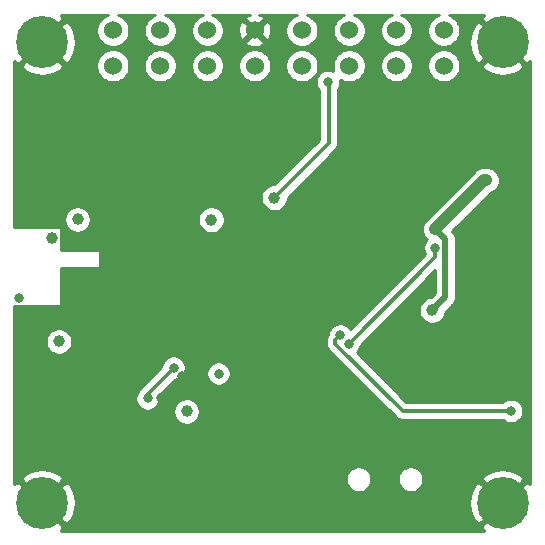
<source format=gbr>
G04 #@! TF.GenerationSoftware,KiCad,Pcbnew,5.1.6*
G04 #@! TF.CreationDate,2020-06-26T20:36:41-07:00*
G04 #@! TF.ProjectId,MegaBote,4d656761-426f-4746-952e-6b696361645f,rev?*
G04 #@! TF.SameCoordinates,Original*
G04 #@! TF.FileFunction,Copper,L4,Bot*
G04 #@! TF.FilePolarity,Positive*
%FSLAX46Y46*%
G04 Gerber Fmt 4.6, Leading zero omitted, Abs format (unit mm)*
G04 Created by KiCad (PCBNEW 5.1.6) date 2020-06-26 20:36:41*
%MOMM*%
%LPD*%
G01*
G04 APERTURE LIST*
G04 #@! TA.AperFunction,ComponentPad*
%ADD10C,1.524000*%
G04 #@! TD*
G04 #@! TA.AperFunction,ComponentPad*
%ADD11C,0.700000*%
G04 #@! TD*
G04 #@! TA.AperFunction,ComponentPad*
%ADD12C,4.400000*%
G04 #@! TD*
G04 #@! TA.AperFunction,ViaPad*
%ADD13C,1.000000*%
G04 #@! TD*
G04 #@! TA.AperFunction,ViaPad*
%ADD14C,0.800000*%
G04 #@! TD*
G04 #@! TA.AperFunction,Conductor*
%ADD15C,0.500000*%
G04 #@! TD*
G04 #@! TA.AperFunction,Conductor*
%ADD16C,0.300000*%
G04 #@! TD*
G04 #@! TA.AperFunction,Conductor*
%ADD17C,1.000000*%
G04 #@! TD*
G04 #@! TA.AperFunction,Conductor*
%ADD18C,0.254000*%
G04 #@! TD*
G04 APERTURE END LIST*
D10*
X179000000Y-92000000D03*
X183000000Y-92000000D03*
X187000000Y-92000000D03*
X191000000Y-92000000D03*
X195000000Y-92000000D03*
X199000000Y-92000000D03*
X203000000Y-92000000D03*
X207000000Y-92000000D03*
X179000000Y-95000000D03*
X183000000Y-95000000D03*
X187000000Y-95000000D03*
X191000000Y-95000000D03*
X195000000Y-95000000D03*
X199000000Y-95000000D03*
X203000000Y-95000000D03*
X207000000Y-95000000D03*
D11*
X174166726Y-91833274D03*
X173000000Y-91350000D03*
X171833274Y-91833274D03*
X171350000Y-93000000D03*
X171833274Y-94166726D03*
X173000000Y-94650000D03*
X174166726Y-94166726D03*
X174650000Y-93000000D03*
D12*
X173000000Y-93000000D03*
X173000000Y-132000000D03*
D11*
X174650000Y-132000000D03*
X174166726Y-133166726D03*
X173000000Y-133650000D03*
X171833274Y-133166726D03*
X171350000Y-132000000D03*
X171833274Y-130833274D03*
X173000000Y-130350000D03*
X174166726Y-130833274D03*
D12*
X212000000Y-93000000D03*
D11*
X213650000Y-93000000D03*
X213166726Y-94166726D03*
X212000000Y-94650000D03*
X210833274Y-94166726D03*
X210350000Y-93000000D03*
X210833274Y-91833274D03*
X212000000Y-91350000D03*
X213166726Y-91833274D03*
X213166726Y-130833274D03*
X212000000Y-130350000D03*
X210833274Y-130833274D03*
X210350000Y-132000000D03*
X210833274Y-133166726D03*
X212000000Y-133650000D03*
X213166726Y-133166726D03*
X213650000Y-132000000D03*
D12*
X212000000Y-132000000D03*
D13*
X188610240Y-123347480D03*
D14*
X177271680Y-123271280D03*
X183055260Y-123118880D03*
D13*
X173863000Y-109550200D03*
D14*
X171069000Y-114655600D03*
D13*
X206098140Y-117782340D03*
X210947000Y-111734600D03*
X172252640Y-118277640D03*
X183134718Y-104702180D03*
X180493142Y-109602200D03*
X172000000Y-98000000D03*
X175000000Y-98000000D03*
X178000000Y-98000000D03*
X181000000Y-98000000D03*
X181000000Y-102000000D03*
X178000000Y-102000000D03*
X175000000Y-102000000D03*
X172000000Y-102000000D03*
X172000000Y-106000000D03*
X191000000Y-98000000D03*
X194000000Y-98000000D03*
X191000000Y-100000000D03*
X194000000Y-100000000D03*
X199000000Y-110000000D03*
X201000000Y-108000000D03*
X203000000Y-106000000D03*
X202000000Y-112000000D03*
X204000000Y-110000000D03*
X185397800Y-109602200D03*
X183397800Y-109602200D03*
X185000000Y-113000000D03*
X172186600Y-122021600D03*
X175000000Y-122000000D03*
X172000000Y-126000000D03*
X175000000Y-126000000D03*
X191000000Y-125000000D03*
X195000000Y-125000000D03*
X195000000Y-129000000D03*
X191000000Y-129000000D03*
X191000000Y-133000000D03*
X195000000Y-133000000D03*
X207000000Y-123000000D03*
X210000000Y-123000000D03*
D14*
X184840769Y-121248987D03*
D13*
X185233459Y-124258914D03*
X210609180Y-104686100D03*
X206298700Y-108839000D03*
X206039720Y-115686840D03*
X174424340Y-118328440D03*
X187325000Y-108027200D03*
X176000000Y-108000000D03*
D14*
X187934600Y-121056400D03*
X198945315Y-118521663D03*
X206298700Y-110413800D03*
X184133661Y-120541879D03*
X181924200Y-123150200D03*
X198238208Y-117814555D03*
X212699600Y-124202000D03*
D13*
X192645774Y-106169986D03*
D14*
X197205600Y-96342200D03*
D15*
X206098140Y-117782340D02*
X210921700Y-112958780D01*
D16*
X180493142Y-107343756D02*
X180493142Y-109602200D01*
X183134718Y-104702180D02*
X180493142Y-107343756D01*
D15*
X210921700Y-111759900D02*
X210947000Y-111734600D01*
X210921700Y-112958780D02*
X210921700Y-111759900D01*
D17*
X210451600Y-104686100D02*
X206298700Y-108839000D01*
X210609180Y-104686100D02*
X210451600Y-104686100D01*
D15*
X207148701Y-109689001D02*
X206298700Y-108839000D01*
X207148701Y-114577859D02*
X207148701Y-109689001D01*
X206039720Y-115686840D02*
X207148701Y-114577859D01*
D16*
X206298700Y-111168278D02*
X206298700Y-110413800D01*
X198945315Y-118521663D02*
X206298700Y-111168278D01*
X181924200Y-122751340D02*
X181924200Y-123150200D01*
X184133661Y-120541879D02*
X181924200Y-122751340D01*
X203515650Y-124202000D02*
X212699600Y-124202000D01*
X197838209Y-118524559D02*
X203515650Y-124202000D01*
X197838209Y-118214554D02*
X197838209Y-118524559D01*
X198238208Y-117814555D02*
X197838209Y-118214554D01*
X197256400Y-98439200D02*
X197256400Y-98439200D01*
X197256400Y-96393000D02*
X197205600Y-96342200D01*
X197256400Y-101559360D02*
X197256400Y-96393000D01*
X192645774Y-106169986D02*
X197256400Y-101559360D01*
D18*
G36*
X178338273Y-90761995D02*
G01*
X178109465Y-90914880D01*
X177914880Y-91109465D01*
X177761995Y-91338273D01*
X177656686Y-91592510D01*
X177603000Y-91862408D01*
X177603000Y-92137592D01*
X177656686Y-92407490D01*
X177761995Y-92661727D01*
X177914880Y-92890535D01*
X178109465Y-93085120D01*
X178338273Y-93238005D01*
X178592510Y-93343314D01*
X178862408Y-93397000D01*
X179137592Y-93397000D01*
X179407490Y-93343314D01*
X179661727Y-93238005D01*
X179890535Y-93085120D01*
X180085120Y-92890535D01*
X180238005Y-92661727D01*
X180343314Y-92407490D01*
X180397000Y-92137592D01*
X180397000Y-91862408D01*
X180343314Y-91592510D01*
X180238005Y-91338273D01*
X180085120Y-91109465D01*
X179890535Y-90914880D01*
X179661727Y-90761995D01*
X179415491Y-90660000D01*
X182584509Y-90660000D01*
X182338273Y-90761995D01*
X182109465Y-90914880D01*
X181914880Y-91109465D01*
X181761995Y-91338273D01*
X181656686Y-91592510D01*
X181603000Y-91862408D01*
X181603000Y-92137592D01*
X181656686Y-92407490D01*
X181761995Y-92661727D01*
X181914880Y-92890535D01*
X182109465Y-93085120D01*
X182338273Y-93238005D01*
X182592510Y-93343314D01*
X182862408Y-93397000D01*
X183137592Y-93397000D01*
X183407490Y-93343314D01*
X183661727Y-93238005D01*
X183890535Y-93085120D01*
X184085120Y-92890535D01*
X184238005Y-92661727D01*
X184343314Y-92407490D01*
X184397000Y-92137592D01*
X184397000Y-91862408D01*
X184343314Y-91592510D01*
X184238005Y-91338273D01*
X184085120Y-91109465D01*
X183890535Y-90914880D01*
X183661727Y-90761995D01*
X183415491Y-90660000D01*
X186584509Y-90660000D01*
X186338273Y-90761995D01*
X186109465Y-90914880D01*
X185914880Y-91109465D01*
X185761995Y-91338273D01*
X185656686Y-91592510D01*
X185603000Y-91862408D01*
X185603000Y-92137592D01*
X185656686Y-92407490D01*
X185761995Y-92661727D01*
X185914880Y-92890535D01*
X186109465Y-93085120D01*
X186338273Y-93238005D01*
X186592510Y-93343314D01*
X186862408Y-93397000D01*
X187137592Y-93397000D01*
X187407490Y-93343314D01*
X187661727Y-93238005D01*
X187890535Y-93085120D01*
X188010090Y-92965565D01*
X190214040Y-92965565D01*
X190281020Y-93205656D01*
X190530048Y-93322756D01*
X190797135Y-93389023D01*
X191072017Y-93401910D01*
X191344133Y-93360922D01*
X191603023Y-93267636D01*
X191718980Y-93205656D01*
X191785960Y-92965565D01*
X191000000Y-92179605D01*
X190214040Y-92965565D01*
X188010090Y-92965565D01*
X188085120Y-92890535D01*
X188238005Y-92661727D01*
X188343314Y-92407490D01*
X188397000Y-92137592D01*
X188397000Y-92072017D01*
X189598090Y-92072017D01*
X189639078Y-92344133D01*
X189732364Y-92603023D01*
X189794344Y-92718980D01*
X190034435Y-92785960D01*
X190820395Y-92000000D01*
X191179605Y-92000000D01*
X191965565Y-92785960D01*
X192205656Y-92718980D01*
X192322756Y-92469952D01*
X192389023Y-92202865D01*
X192401910Y-91927983D01*
X192360922Y-91655867D01*
X192267636Y-91396977D01*
X192205656Y-91281020D01*
X191965565Y-91214040D01*
X191179605Y-92000000D01*
X190820395Y-92000000D01*
X190034435Y-91214040D01*
X189794344Y-91281020D01*
X189677244Y-91530048D01*
X189610977Y-91797135D01*
X189598090Y-92072017D01*
X188397000Y-92072017D01*
X188397000Y-91862408D01*
X188343314Y-91592510D01*
X188238005Y-91338273D01*
X188085120Y-91109465D01*
X187890535Y-90914880D01*
X187661727Y-90761995D01*
X187415491Y-90660000D01*
X190597804Y-90660000D01*
X190396977Y-90732364D01*
X190281020Y-90794344D01*
X190214040Y-91034435D01*
X191000000Y-91820395D01*
X191785960Y-91034435D01*
X191718980Y-90794344D01*
X191469952Y-90677244D01*
X191400451Y-90660000D01*
X194584509Y-90660000D01*
X194338273Y-90761995D01*
X194109465Y-90914880D01*
X193914880Y-91109465D01*
X193761995Y-91338273D01*
X193656686Y-91592510D01*
X193603000Y-91862408D01*
X193603000Y-92137592D01*
X193656686Y-92407490D01*
X193761995Y-92661727D01*
X193914880Y-92890535D01*
X194109465Y-93085120D01*
X194338273Y-93238005D01*
X194592510Y-93343314D01*
X194862408Y-93397000D01*
X195137592Y-93397000D01*
X195407490Y-93343314D01*
X195661727Y-93238005D01*
X195890535Y-93085120D01*
X196085120Y-92890535D01*
X196238005Y-92661727D01*
X196343314Y-92407490D01*
X196397000Y-92137592D01*
X196397000Y-91862408D01*
X196343314Y-91592510D01*
X196238005Y-91338273D01*
X196085120Y-91109465D01*
X195890535Y-90914880D01*
X195661727Y-90761995D01*
X195415491Y-90660000D01*
X198584509Y-90660000D01*
X198338273Y-90761995D01*
X198109465Y-90914880D01*
X197914880Y-91109465D01*
X197761995Y-91338273D01*
X197656686Y-91592510D01*
X197603000Y-91862408D01*
X197603000Y-92137592D01*
X197656686Y-92407490D01*
X197761995Y-92661727D01*
X197914880Y-92890535D01*
X198109465Y-93085120D01*
X198338273Y-93238005D01*
X198592510Y-93343314D01*
X198862408Y-93397000D01*
X199137592Y-93397000D01*
X199407490Y-93343314D01*
X199661727Y-93238005D01*
X199890535Y-93085120D01*
X200085120Y-92890535D01*
X200238005Y-92661727D01*
X200343314Y-92407490D01*
X200397000Y-92137592D01*
X200397000Y-91862408D01*
X200343314Y-91592510D01*
X200238005Y-91338273D01*
X200085120Y-91109465D01*
X199890535Y-90914880D01*
X199661727Y-90761995D01*
X199415491Y-90660000D01*
X202584509Y-90660000D01*
X202338273Y-90761995D01*
X202109465Y-90914880D01*
X201914880Y-91109465D01*
X201761995Y-91338273D01*
X201656686Y-91592510D01*
X201603000Y-91862408D01*
X201603000Y-92137592D01*
X201656686Y-92407490D01*
X201761995Y-92661727D01*
X201914880Y-92890535D01*
X202109465Y-93085120D01*
X202338273Y-93238005D01*
X202592510Y-93343314D01*
X202862408Y-93397000D01*
X203137592Y-93397000D01*
X203407490Y-93343314D01*
X203661727Y-93238005D01*
X203890535Y-93085120D01*
X204085120Y-92890535D01*
X204238005Y-92661727D01*
X204343314Y-92407490D01*
X204397000Y-92137592D01*
X204397000Y-91862408D01*
X204343314Y-91592510D01*
X204238005Y-91338273D01*
X204085120Y-91109465D01*
X203890535Y-90914880D01*
X203661727Y-90761995D01*
X203415491Y-90660000D01*
X206584509Y-90660000D01*
X206338273Y-90761995D01*
X206109465Y-90914880D01*
X205914880Y-91109465D01*
X205761995Y-91338273D01*
X205656686Y-91592510D01*
X205603000Y-91862408D01*
X205603000Y-92137592D01*
X205656686Y-92407490D01*
X205761995Y-92661727D01*
X205914880Y-92890535D01*
X206109465Y-93085120D01*
X206338273Y-93238005D01*
X206592510Y-93343314D01*
X206862408Y-93397000D01*
X207137592Y-93397000D01*
X207407490Y-93343314D01*
X207661727Y-93238005D01*
X207890535Y-93085120D01*
X207960481Y-93015174D01*
X209151322Y-93015174D01*
X209209019Y-93570632D01*
X209373972Y-94104161D01*
X209622982Y-94570024D01*
X210010225Y-94810170D01*
X211820395Y-93000000D01*
X210010225Y-91189830D01*
X209622982Y-91429976D01*
X209362359Y-91923877D01*
X209203099Y-92459133D01*
X209151322Y-93015174D01*
X207960481Y-93015174D01*
X208085120Y-92890535D01*
X208238005Y-92661727D01*
X208343314Y-92407490D01*
X208397000Y-92137592D01*
X208397000Y-91862408D01*
X208343314Y-91592510D01*
X208238005Y-91338273D01*
X208085120Y-91109465D01*
X207890535Y-90914880D01*
X207661727Y-90761995D01*
X207415491Y-90660000D01*
X210407020Y-90660000D01*
X210189830Y-91010225D01*
X212000000Y-92820395D01*
X212014143Y-92806253D01*
X212193748Y-92985858D01*
X212179605Y-93000000D01*
X213989775Y-94810170D01*
X214340001Y-94592980D01*
X214340000Y-130407020D01*
X213989775Y-130189830D01*
X212179605Y-132000000D01*
X212193748Y-132014143D01*
X212014143Y-132193748D01*
X212000000Y-132179605D01*
X210189830Y-133989775D01*
X210407020Y-134340000D01*
X174592980Y-134340000D01*
X174810170Y-133989775D01*
X173000000Y-132179605D01*
X172985858Y-132193748D01*
X172806253Y-132014143D01*
X172820395Y-132000000D01*
X173179605Y-132000000D01*
X174989775Y-133810170D01*
X175377018Y-133570024D01*
X175637641Y-133076123D01*
X175796901Y-132540867D01*
X175845852Y-132015174D01*
X209151322Y-132015174D01*
X209209019Y-132570632D01*
X209373972Y-133104161D01*
X209622982Y-133570024D01*
X210010225Y-133810170D01*
X211820395Y-132000000D01*
X210010225Y-130189830D01*
X209622982Y-130429976D01*
X209362359Y-130923877D01*
X209203099Y-131459133D01*
X209151322Y-132015174D01*
X175845852Y-132015174D01*
X175848678Y-131984826D01*
X175790981Y-131429368D01*
X175626028Y-130895839D01*
X175377018Y-130429976D01*
X174989775Y-130189830D01*
X173179605Y-132000000D01*
X172820395Y-132000000D01*
X171010225Y-130189830D01*
X170660000Y-130407020D01*
X170660000Y-130010225D01*
X171189830Y-130010225D01*
X173000000Y-131820395D01*
X174810170Y-130010225D01*
X174737559Y-129893137D01*
X198715000Y-129893137D01*
X198715000Y-130106863D01*
X198756696Y-130316483D01*
X198838485Y-130513940D01*
X198957225Y-130691647D01*
X199108353Y-130842775D01*
X199286060Y-130961515D01*
X199483517Y-131043304D01*
X199693137Y-131085000D01*
X199906863Y-131085000D01*
X200116483Y-131043304D01*
X200313940Y-130961515D01*
X200491647Y-130842775D01*
X200642775Y-130691647D01*
X200761515Y-130513940D01*
X200843304Y-130316483D01*
X200885000Y-130106863D01*
X200885000Y-129893137D01*
X203115000Y-129893137D01*
X203115000Y-130106863D01*
X203156696Y-130316483D01*
X203238485Y-130513940D01*
X203357225Y-130691647D01*
X203508353Y-130842775D01*
X203686060Y-130961515D01*
X203883517Y-131043304D01*
X204093137Y-131085000D01*
X204306863Y-131085000D01*
X204516483Y-131043304D01*
X204713940Y-130961515D01*
X204891647Y-130842775D01*
X205042775Y-130691647D01*
X205161515Y-130513940D01*
X205243304Y-130316483D01*
X205285000Y-130106863D01*
X205285000Y-130010225D01*
X210189830Y-130010225D01*
X212000000Y-131820395D01*
X213810170Y-130010225D01*
X213570024Y-129622982D01*
X213076123Y-129362359D01*
X212540867Y-129203099D01*
X211984826Y-129151322D01*
X211429368Y-129209019D01*
X210895839Y-129373972D01*
X210429976Y-129622982D01*
X210189830Y-130010225D01*
X205285000Y-130010225D01*
X205285000Y-129893137D01*
X205243304Y-129683517D01*
X205161515Y-129486060D01*
X205042775Y-129308353D01*
X204891647Y-129157225D01*
X204713940Y-129038485D01*
X204516483Y-128956696D01*
X204306863Y-128915000D01*
X204093137Y-128915000D01*
X203883517Y-128956696D01*
X203686060Y-129038485D01*
X203508353Y-129157225D01*
X203357225Y-129308353D01*
X203238485Y-129486060D01*
X203156696Y-129683517D01*
X203115000Y-129893137D01*
X200885000Y-129893137D01*
X200843304Y-129683517D01*
X200761515Y-129486060D01*
X200642775Y-129308353D01*
X200491647Y-129157225D01*
X200313940Y-129038485D01*
X200116483Y-128956696D01*
X199906863Y-128915000D01*
X199693137Y-128915000D01*
X199483517Y-128956696D01*
X199286060Y-129038485D01*
X199108353Y-129157225D01*
X198957225Y-129308353D01*
X198838485Y-129486060D01*
X198756696Y-129683517D01*
X198715000Y-129893137D01*
X174737559Y-129893137D01*
X174570024Y-129622982D01*
X174076123Y-129362359D01*
X173540867Y-129203099D01*
X172984826Y-129151322D01*
X172429368Y-129209019D01*
X171895839Y-129373972D01*
X171429976Y-129622982D01*
X171189830Y-130010225D01*
X170660000Y-130010225D01*
X170660000Y-123048261D01*
X180889200Y-123048261D01*
X180889200Y-123252139D01*
X180928974Y-123452098D01*
X181006995Y-123640456D01*
X181120263Y-123809974D01*
X181264426Y-123954137D01*
X181433944Y-124067405D01*
X181622302Y-124145426D01*
X181822261Y-124185200D01*
X182026139Y-124185200D01*
X182217551Y-124147126D01*
X184098459Y-124147126D01*
X184098459Y-124370702D01*
X184142076Y-124589981D01*
X184227635Y-124796538D01*
X184351847Y-124982434D01*
X184509939Y-125140526D01*
X184695835Y-125264738D01*
X184902392Y-125350297D01*
X185121671Y-125393914D01*
X185345247Y-125393914D01*
X185564526Y-125350297D01*
X185771083Y-125264738D01*
X185956979Y-125140526D01*
X186115071Y-124982434D01*
X186239283Y-124796538D01*
X186324842Y-124589981D01*
X186368459Y-124370702D01*
X186368459Y-124147126D01*
X186324842Y-123927847D01*
X186239283Y-123721290D01*
X186115071Y-123535394D01*
X185956979Y-123377302D01*
X185771083Y-123253090D01*
X185564526Y-123167531D01*
X185345247Y-123123914D01*
X185121671Y-123123914D01*
X184902392Y-123167531D01*
X184695835Y-123253090D01*
X184509939Y-123377302D01*
X184351847Y-123535394D01*
X184227635Y-123721290D01*
X184142076Y-123927847D01*
X184098459Y-124147126D01*
X182217551Y-124147126D01*
X182226098Y-124145426D01*
X182414456Y-124067405D01*
X182583974Y-123954137D01*
X182728137Y-123809974D01*
X182841405Y-123640456D01*
X182919426Y-123452098D01*
X182959200Y-123252139D01*
X182959200Y-123048261D01*
X182922407Y-122863290D01*
X184208818Y-121576879D01*
X184235600Y-121576879D01*
X184435559Y-121537105D01*
X184623917Y-121459084D01*
X184793435Y-121345816D01*
X184937598Y-121201653D01*
X185050866Y-121032135D01*
X185083039Y-120954461D01*
X186899600Y-120954461D01*
X186899600Y-121158339D01*
X186939374Y-121358298D01*
X187017395Y-121546656D01*
X187130663Y-121716174D01*
X187274826Y-121860337D01*
X187444344Y-121973605D01*
X187632702Y-122051626D01*
X187832661Y-122091400D01*
X188036539Y-122091400D01*
X188236498Y-122051626D01*
X188424856Y-121973605D01*
X188594374Y-121860337D01*
X188738537Y-121716174D01*
X188851805Y-121546656D01*
X188929826Y-121358298D01*
X188969600Y-121158339D01*
X188969600Y-120954461D01*
X188929826Y-120754502D01*
X188851805Y-120566144D01*
X188738537Y-120396626D01*
X188594374Y-120252463D01*
X188424856Y-120139195D01*
X188236498Y-120061174D01*
X188036539Y-120021400D01*
X187832661Y-120021400D01*
X187632702Y-120061174D01*
X187444344Y-120139195D01*
X187274826Y-120252463D01*
X187130663Y-120396626D01*
X187017395Y-120566144D01*
X186939374Y-120754502D01*
X186899600Y-120954461D01*
X185083039Y-120954461D01*
X185128887Y-120843777D01*
X185168661Y-120643818D01*
X185168661Y-120439940D01*
X185128887Y-120239981D01*
X185050866Y-120051623D01*
X184937598Y-119882105D01*
X184793435Y-119737942D01*
X184623917Y-119624674D01*
X184435559Y-119546653D01*
X184235600Y-119506879D01*
X184031722Y-119506879D01*
X183831763Y-119546653D01*
X183643405Y-119624674D01*
X183473887Y-119737942D01*
X183329724Y-119882105D01*
X183216456Y-120051623D01*
X183138435Y-120239981D01*
X183098661Y-120439940D01*
X183098661Y-120466722D01*
X181396390Y-122168993D01*
X181366436Y-122193576D01*
X181268338Y-122313108D01*
X181234760Y-122375929D01*
X181120263Y-122490426D01*
X181006995Y-122659944D01*
X180928974Y-122848302D01*
X180889200Y-123048261D01*
X170660000Y-123048261D01*
X170660000Y-118216652D01*
X173289340Y-118216652D01*
X173289340Y-118440228D01*
X173332957Y-118659507D01*
X173418516Y-118866064D01*
X173542728Y-119051960D01*
X173700820Y-119210052D01*
X173886716Y-119334264D01*
X174093273Y-119419823D01*
X174312552Y-119463440D01*
X174536128Y-119463440D01*
X174755407Y-119419823D01*
X174961964Y-119334264D01*
X175147860Y-119210052D01*
X175305952Y-119051960D01*
X175430164Y-118866064D01*
X175515723Y-118659507D01*
X175559340Y-118440228D01*
X175559340Y-118216652D01*
X175558923Y-118214554D01*
X197049412Y-118214554D01*
X197053209Y-118253107D01*
X197053209Y-118486006D01*
X197049412Y-118524559D01*
X197053209Y-118563112D01*
X197053209Y-118563120D01*
X197064568Y-118678446D01*
X197109455Y-118826419D01*
X197182347Y-118962792D01*
X197280445Y-119082323D01*
X197310398Y-119106905D01*
X202933308Y-124729816D01*
X202957886Y-124759764D01*
X202987834Y-124784342D01*
X202987837Y-124784345D01*
X203017209Y-124808450D01*
X203077417Y-124857862D01*
X203213790Y-124930754D01*
X203361763Y-124975641D01*
X203477089Y-124987000D01*
X203477096Y-124987000D01*
X203515649Y-124990797D01*
X203554202Y-124987000D01*
X212020889Y-124987000D01*
X212039826Y-125005937D01*
X212209344Y-125119205D01*
X212397702Y-125197226D01*
X212597661Y-125237000D01*
X212801539Y-125237000D01*
X213001498Y-125197226D01*
X213189856Y-125119205D01*
X213359374Y-125005937D01*
X213503537Y-124861774D01*
X213616805Y-124692256D01*
X213694826Y-124503898D01*
X213734600Y-124303939D01*
X213734600Y-124100061D01*
X213694826Y-123900102D01*
X213616805Y-123711744D01*
X213503537Y-123542226D01*
X213359374Y-123398063D01*
X213189856Y-123284795D01*
X213001498Y-123206774D01*
X212801539Y-123167000D01*
X212597661Y-123167000D01*
X212397702Y-123206774D01*
X212209344Y-123284795D01*
X212039826Y-123398063D01*
X212020889Y-123417000D01*
X203840808Y-123417000D01*
X199677248Y-119253441D01*
X199749252Y-119181437D01*
X199862520Y-119011919D01*
X199940541Y-118823561D01*
X199980315Y-118623602D01*
X199980315Y-118596820D01*
X206263701Y-112313434D01*
X206263701Y-114211280D01*
X205921952Y-114553029D01*
X205708653Y-114595457D01*
X205502096Y-114681016D01*
X205316200Y-114805228D01*
X205158108Y-114963320D01*
X205033896Y-115149216D01*
X204948337Y-115355773D01*
X204904720Y-115575052D01*
X204904720Y-115798628D01*
X204948337Y-116017907D01*
X205033896Y-116224464D01*
X205158108Y-116410360D01*
X205316200Y-116568452D01*
X205502096Y-116692664D01*
X205708653Y-116778223D01*
X205927932Y-116821840D01*
X206151508Y-116821840D01*
X206370787Y-116778223D01*
X206577344Y-116692664D01*
X206763240Y-116568452D01*
X206921332Y-116410360D01*
X207045544Y-116224464D01*
X207131103Y-116017907D01*
X207173531Y-115804608D01*
X207743751Y-115234388D01*
X207777518Y-115206676D01*
X207888112Y-115071918D01*
X207970290Y-114918172D01*
X208020896Y-114751349D01*
X208033701Y-114621336D01*
X208033701Y-114621328D01*
X208037982Y-114577859D01*
X208033701Y-114534390D01*
X208033701Y-109732470D01*
X208037982Y-109689001D01*
X208033701Y-109645532D01*
X208033701Y-109645524D01*
X208020896Y-109515511D01*
X207970290Y-109348688D01*
X207888112Y-109194942D01*
X207861241Y-109162200D01*
X207805233Y-109093954D01*
X207805231Y-109093952D01*
X207777518Y-109060184D01*
X207743750Y-109032471D01*
X207727055Y-109015776D01*
X210983100Y-105759732D01*
X210992022Y-105756037D01*
X211045627Y-105739776D01*
X211095031Y-105713369D01*
X211146804Y-105691924D01*
X211193394Y-105660793D01*
X211242803Y-105634384D01*
X211286112Y-105598841D01*
X211332700Y-105567712D01*
X211372321Y-105528091D01*
X211415629Y-105492549D01*
X211451171Y-105449241D01*
X211490792Y-105409620D01*
X211521921Y-105363032D01*
X211557464Y-105319723D01*
X211583873Y-105270314D01*
X211615004Y-105223724D01*
X211636449Y-105171951D01*
X211662856Y-105122547D01*
X211679117Y-105068942D01*
X211700563Y-105017167D01*
X211711495Y-104962206D01*
X211727757Y-104908599D01*
X211733248Y-104852847D01*
X211744180Y-104797888D01*
X211744180Y-104741852D01*
X211749671Y-104686100D01*
X211744180Y-104630348D01*
X211744180Y-104574312D01*
X211733248Y-104519353D01*
X211727757Y-104463601D01*
X211711495Y-104409994D01*
X211700563Y-104355033D01*
X211679117Y-104303258D01*
X211662856Y-104249653D01*
X211636449Y-104200249D01*
X211615004Y-104148476D01*
X211583873Y-104101886D01*
X211557464Y-104052477D01*
X211521921Y-104009168D01*
X211490792Y-103962580D01*
X211451171Y-103922959D01*
X211415629Y-103879651D01*
X211372321Y-103844109D01*
X211332700Y-103804488D01*
X211286112Y-103773359D01*
X211242803Y-103737816D01*
X211193394Y-103711407D01*
X211146804Y-103680276D01*
X211095031Y-103658831D01*
X211045627Y-103632424D01*
X210992022Y-103616163D01*
X210940247Y-103594717D01*
X210885286Y-103583785D01*
X210831679Y-103567523D01*
X210775927Y-103562032D01*
X210720968Y-103551100D01*
X210507352Y-103551100D01*
X210451600Y-103545609D01*
X210229101Y-103567523D01*
X210015153Y-103632424D01*
X209817977Y-103737816D01*
X209688456Y-103844111D01*
X209688454Y-103844113D01*
X209645151Y-103879651D01*
X209609613Y-103922954D01*
X205575183Y-107957386D01*
X205575180Y-107957388D01*
X205417088Y-108115480D01*
X205385951Y-108162079D01*
X205350417Y-108205378D01*
X205324013Y-108254776D01*
X205292876Y-108301376D01*
X205271428Y-108353155D01*
X205245024Y-108402554D01*
X205228764Y-108456155D01*
X205207317Y-108507933D01*
X205196384Y-108562897D01*
X205180123Y-108616502D01*
X205174632Y-108672252D01*
X205163700Y-108727212D01*
X205163700Y-108783249D01*
X205158209Y-108839000D01*
X205163700Y-108894751D01*
X205163700Y-108950788D01*
X205174632Y-109005748D01*
X205180123Y-109061498D01*
X205196384Y-109115103D01*
X205207317Y-109170067D01*
X205228764Y-109221845D01*
X205245024Y-109275446D01*
X205271428Y-109324845D01*
X205292876Y-109376624D01*
X205324013Y-109423224D01*
X205350417Y-109472622D01*
X205385951Y-109515920D01*
X205417088Y-109562520D01*
X205456719Y-109602151D01*
X205492252Y-109645448D01*
X205535549Y-109680981D01*
X205551679Y-109697111D01*
X205494763Y-109754026D01*
X205381495Y-109923544D01*
X205303474Y-110111902D01*
X205263700Y-110311861D01*
X205263700Y-110515739D01*
X205303474Y-110715698D01*
X205381495Y-110904056D01*
X205410042Y-110946779D01*
X199106190Y-117250631D01*
X199042145Y-117154781D01*
X198897982Y-117010618D01*
X198728464Y-116897350D01*
X198540106Y-116819329D01*
X198340147Y-116779555D01*
X198136269Y-116779555D01*
X197936310Y-116819329D01*
X197747952Y-116897350D01*
X197578434Y-117010618D01*
X197434271Y-117154781D01*
X197321003Y-117324299D01*
X197242982Y-117512657D01*
X197203208Y-117712616D01*
X197203208Y-117750903D01*
X197182347Y-117776322D01*
X197109455Y-117912695D01*
X197064568Y-118060668D01*
X197053209Y-118175994D01*
X197053209Y-118176001D01*
X197049412Y-118214554D01*
X175558923Y-118214554D01*
X175515723Y-117997373D01*
X175430164Y-117790816D01*
X175305952Y-117604920D01*
X175147860Y-117446828D01*
X174961964Y-117322616D01*
X174755407Y-117237057D01*
X174536128Y-117193440D01*
X174312552Y-117193440D01*
X174093273Y-117237057D01*
X173886716Y-117322616D01*
X173700820Y-117446828D01*
X173542728Y-117604920D01*
X173418516Y-117790816D01*
X173332957Y-117997373D01*
X173289340Y-118216652D01*
X170660000Y-118216652D01*
X170660000Y-115369200D01*
X174500000Y-115369200D01*
X174524776Y-115366760D01*
X174548601Y-115359533D01*
X174570557Y-115347797D01*
X174589803Y-115332003D01*
X174605597Y-115312757D01*
X174617333Y-115290801D01*
X174624560Y-115266976D01*
X174627000Y-115242200D01*
X174627000Y-112119200D01*
X177750000Y-112119200D01*
X177774776Y-112116760D01*
X177798601Y-112109533D01*
X177820557Y-112097797D01*
X177839803Y-112082003D01*
X177855597Y-112062757D01*
X177867333Y-112040801D01*
X177874560Y-112016976D01*
X177877000Y-111992200D01*
X177877000Y-110742200D01*
X177874560Y-110717424D01*
X177867333Y-110693599D01*
X177855597Y-110671643D01*
X177839803Y-110652397D01*
X177820557Y-110636603D01*
X177798601Y-110624867D01*
X177774776Y-110617640D01*
X177750000Y-110615200D01*
X174627000Y-110615200D01*
X174627000Y-108742200D01*
X174624560Y-108717424D01*
X174617333Y-108693599D01*
X174605597Y-108671643D01*
X174589803Y-108652397D01*
X174570557Y-108636603D01*
X174548601Y-108624867D01*
X174524776Y-108617640D01*
X174500000Y-108615200D01*
X170660000Y-108615200D01*
X170660000Y-107888212D01*
X174865000Y-107888212D01*
X174865000Y-108111788D01*
X174908617Y-108331067D01*
X174994176Y-108537624D01*
X175118388Y-108723520D01*
X175276480Y-108881612D01*
X175462376Y-109005824D01*
X175668933Y-109091383D01*
X175888212Y-109135000D01*
X176111788Y-109135000D01*
X176331067Y-109091383D01*
X176537624Y-109005824D01*
X176723520Y-108881612D01*
X176881612Y-108723520D01*
X177005824Y-108537624D01*
X177091383Y-108331067D01*
X177135000Y-108111788D01*
X177135000Y-107915412D01*
X186190000Y-107915412D01*
X186190000Y-108138988D01*
X186233617Y-108358267D01*
X186319176Y-108564824D01*
X186443388Y-108750720D01*
X186601480Y-108908812D01*
X186787376Y-109033024D01*
X186993933Y-109118583D01*
X187213212Y-109162200D01*
X187436788Y-109162200D01*
X187656067Y-109118583D01*
X187862624Y-109033024D01*
X188048520Y-108908812D01*
X188206612Y-108750720D01*
X188330824Y-108564824D01*
X188416383Y-108358267D01*
X188460000Y-108138988D01*
X188460000Y-107915412D01*
X188416383Y-107696133D01*
X188330824Y-107489576D01*
X188206612Y-107303680D01*
X188048520Y-107145588D01*
X187862624Y-107021376D01*
X187656067Y-106935817D01*
X187436788Y-106892200D01*
X187213212Y-106892200D01*
X186993933Y-106935817D01*
X186787376Y-107021376D01*
X186601480Y-107145588D01*
X186443388Y-107303680D01*
X186319176Y-107489576D01*
X186233617Y-107696133D01*
X186190000Y-107915412D01*
X177135000Y-107915412D01*
X177135000Y-107888212D01*
X177091383Y-107668933D01*
X177005824Y-107462376D01*
X176881612Y-107276480D01*
X176723520Y-107118388D01*
X176537624Y-106994176D01*
X176331067Y-106908617D01*
X176111788Y-106865000D01*
X175888212Y-106865000D01*
X175668933Y-106908617D01*
X175462376Y-106994176D01*
X175276480Y-107118388D01*
X175118388Y-107276480D01*
X174994176Y-107462376D01*
X174908617Y-107668933D01*
X174865000Y-107888212D01*
X170660000Y-107888212D01*
X170660000Y-106058198D01*
X191510774Y-106058198D01*
X191510774Y-106281774D01*
X191554391Y-106501053D01*
X191639950Y-106707610D01*
X191764162Y-106893506D01*
X191922254Y-107051598D01*
X192108150Y-107175810D01*
X192314707Y-107261369D01*
X192533986Y-107304986D01*
X192757562Y-107304986D01*
X192976841Y-107261369D01*
X193183398Y-107175810D01*
X193369294Y-107051598D01*
X193527386Y-106893506D01*
X193651598Y-106707610D01*
X193737157Y-106501053D01*
X193780774Y-106281774D01*
X193780774Y-106145143D01*
X197784211Y-102141706D01*
X197814164Y-102117124D01*
X197912262Y-101997593D01*
X197985154Y-101861220D01*
X197985154Y-101861219D01*
X198030042Y-101713247D01*
X198037420Y-101638334D01*
X198041400Y-101597921D01*
X198041400Y-101597916D01*
X198045197Y-101559360D01*
X198041400Y-101520804D01*
X198041400Y-98477761D01*
X198045198Y-98439200D01*
X198041400Y-98400639D01*
X198041400Y-96954288D01*
X198122805Y-96832456D01*
X198200826Y-96644098D01*
X198240600Y-96444139D01*
X198240600Y-96240261D01*
X198225111Y-96162392D01*
X198338273Y-96238005D01*
X198592510Y-96343314D01*
X198862408Y-96397000D01*
X199137592Y-96397000D01*
X199407490Y-96343314D01*
X199661727Y-96238005D01*
X199890535Y-96085120D01*
X200085120Y-95890535D01*
X200238005Y-95661727D01*
X200343314Y-95407490D01*
X200397000Y-95137592D01*
X200397000Y-94862408D01*
X201603000Y-94862408D01*
X201603000Y-95137592D01*
X201656686Y-95407490D01*
X201761995Y-95661727D01*
X201914880Y-95890535D01*
X202109465Y-96085120D01*
X202338273Y-96238005D01*
X202592510Y-96343314D01*
X202862408Y-96397000D01*
X203137592Y-96397000D01*
X203407490Y-96343314D01*
X203661727Y-96238005D01*
X203890535Y-96085120D01*
X204085120Y-95890535D01*
X204238005Y-95661727D01*
X204343314Y-95407490D01*
X204397000Y-95137592D01*
X204397000Y-94862408D01*
X205603000Y-94862408D01*
X205603000Y-95137592D01*
X205656686Y-95407490D01*
X205761995Y-95661727D01*
X205914880Y-95890535D01*
X206109465Y-96085120D01*
X206338273Y-96238005D01*
X206592510Y-96343314D01*
X206862408Y-96397000D01*
X207137592Y-96397000D01*
X207407490Y-96343314D01*
X207661727Y-96238005D01*
X207890535Y-96085120D01*
X208085120Y-95890535D01*
X208238005Y-95661727D01*
X208343314Y-95407490D01*
X208397000Y-95137592D01*
X208397000Y-94989775D01*
X210189830Y-94989775D01*
X210429976Y-95377018D01*
X210923877Y-95637641D01*
X211459133Y-95796901D01*
X212015174Y-95848678D01*
X212570632Y-95790981D01*
X213104161Y-95626028D01*
X213570024Y-95377018D01*
X213810170Y-94989775D01*
X212000000Y-93179605D01*
X210189830Y-94989775D01*
X208397000Y-94989775D01*
X208397000Y-94862408D01*
X208343314Y-94592510D01*
X208238005Y-94338273D01*
X208085120Y-94109465D01*
X207890535Y-93914880D01*
X207661727Y-93761995D01*
X207407490Y-93656686D01*
X207137592Y-93603000D01*
X206862408Y-93603000D01*
X206592510Y-93656686D01*
X206338273Y-93761995D01*
X206109465Y-93914880D01*
X205914880Y-94109465D01*
X205761995Y-94338273D01*
X205656686Y-94592510D01*
X205603000Y-94862408D01*
X204397000Y-94862408D01*
X204343314Y-94592510D01*
X204238005Y-94338273D01*
X204085120Y-94109465D01*
X203890535Y-93914880D01*
X203661727Y-93761995D01*
X203407490Y-93656686D01*
X203137592Y-93603000D01*
X202862408Y-93603000D01*
X202592510Y-93656686D01*
X202338273Y-93761995D01*
X202109465Y-93914880D01*
X201914880Y-94109465D01*
X201761995Y-94338273D01*
X201656686Y-94592510D01*
X201603000Y-94862408D01*
X200397000Y-94862408D01*
X200343314Y-94592510D01*
X200238005Y-94338273D01*
X200085120Y-94109465D01*
X199890535Y-93914880D01*
X199661727Y-93761995D01*
X199407490Y-93656686D01*
X199137592Y-93603000D01*
X198862408Y-93603000D01*
X198592510Y-93656686D01*
X198338273Y-93761995D01*
X198109465Y-93914880D01*
X197914880Y-94109465D01*
X197761995Y-94338273D01*
X197656686Y-94592510D01*
X197603000Y-94862408D01*
X197603000Y-95137592D01*
X197656686Y-95407490D01*
X197657326Y-95409035D01*
X197507498Y-95346974D01*
X197307539Y-95307200D01*
X197103661Y-95307200D01*
X196903702Y-95346974D01*
X196715344Y-95424995D01*
X196545826Y-95538263D01*
X196401663Y-95682426D01*
X196288395Y-95851944D01*
X196210374Y-96040302D01*
X196170600Y-96240261D01*
X196170600Y-96444139D01*
X196210374Y-96644098D01*
X196288395Y-96832456D01*
X196401663Y-97001974D01*
X196471401Y-97071712D01*
X196471401Y-98400633D01*
X196467602Y-98439200D01*
X196471401Y-98477767D01*
X196471400Y-101234203D01*
X192670617Y-105034986D01*
X192533986Y-105034986D01*
X192314707Y-105078603D01*
X192108150Y-105164162D01*
X191922254Y-105288374D01*
X191764162Y-105446466D01*
X191639950Y-105632362D01*
X191554391Y-105838919D01*
X191510774Y-106058198D01*
X170660000Y-106058198D01*
X170660000Y-94989775D01*
X171189830Y-94989775D01*
X171429976Y-95377018D01*
X171923877Y-95637641D01*
X172459133Y-95796901D01*
X173015174Y-95848678D01*
X173570632Y-95790981D01*
X174104161Y-95626028D01*
X174570024Y-95377018D01*
X174810170Y-94989775D01*
X174682803Y-94862408D01*
X177603000Y-94862408D01*
X177603000Y-95137592D01*
X177656686Y-95407490D01*
X177761995Y-95661727D01*
X177914880Y-95890535D01*
X178109465Y-96085120D01*
X178338273Y-96238005D01*
X178592510Y-96343314D01*
X178862408Y-96397000D01*
X179137592Y-96397000D01*
X179407490Y-96343314D01*
X179661727Y-96238005D01*
X179890535Y-96085120D01*
X180085120Y-95890535D01*
X180238005Y-95661727D01*
X180343314Y-95407490D01*
X180397000Y-95137592D01*
X180397000Y-94862408D01*
X181603000Y-94862408D01*
X181603000Y-95137592D01*
X181656686Y-95407490D01*
X181761995Y-95661727D01*
X181914880Y-95890535D01*
X182109465Y-96085120D01*
X182338273Y-96238005D01*
X182592510Y-96343314D01*
X182862408Y-96397000D01*
X183137592Y-96397000D01*
X183407490Y-96343314D01*
X183661727Y-96238005D01*
X183890535Y-96085120D01*
X184085120Y-95890535D01*
X184238005Y-95661727D01*
X184343314Y-95407490D01*
X184397000Y-95137592D01*
X184397000Y-94862408D01*
X185603000Y-94862408D01*
X185603000Y-95137592D01*
X185656686Y-95407490D01*
X185761995Y-95661727D01*
X185914880Y-95890535D01*
X186109465Y-96085120D01*
X186338273Y-96238005D01*
X186592510Y-96343314D01*
X186862408Y-96397000D01*
X187137592Y-96397000D01*
X187407490Y-96343314D01*
X187661727Y-96238005D01*
X187890535Y-96085120D01*
X188085120Y-95890535D01*
X188238005Y-95661727D01*
X188343314Y-95407490D01*
X188397000Y-95137592D01*
X188397000Y-94862408D01*
X189603000Y-94862408D01*
X189603000Y-95137592D01*
X189656686Y-95407490D01*
X189761995Y-95661727D01*
X189914880Y-95890535D01*
X190109465Y-96085120D01*
X190338273Y-96238005D01*
X190592510Y-96343314D01*
X190862408Y-96397000D01*
X191137592Y-96397000D01*
X191407490Y-96343314D01*
X191661727Y-96238005D01*
X191890535Y-96085120D01*
X192085120Y-95890535D01*
X192238005Y-95661727D01*
X192343314Y-95407490D01*
X192397000Y-95137592D01*
X192397000Y-94862408D01*
X193603000Y-94862408D01*
X193603000Y-95137592D01*
X193656686Y-95407490D01*
X193761995Y-95661727D01*
X193914880Y-95890535D01*
X194109465Y-96085120D01*
X194338273Y-96238005D01*
X194592510Y-96343314D01*
X194862408Y-96397000D01*
X195137592Y-96397000D01*
X195407490Y-96343314D01*
X195661727Y-96238005D01*
X195890535Y-96085120D01*
X196085120Y-95890535D01*
X196238005Y-95661727D01*
X196343314Y-95407490D01*
X196397000Y-95137592D01*
X196397000Y-94862408D01*
X196343314Y-94592510D01*
X196238005Y-94338273D01*
X196085120Y-94109465D01*
X195890535Y-93914880D01*
X195661727Y-93761995D01*
X195407490Y-93656686D01*
X195137592Y-93603000D01*
X194862408Y-93603000D01*
X194592510Y-93656686D01*
X194338273Y-93761995D01*
X194109465Y-93914880D01*
X193914880Y-94109465D01*
X193761995Y-94338273D01*
X193656686Y-94592510D01*
X193603000Y-94862408D01*
X192397000Y-94862408D01*
X192343314Y-94592510D01*
X192238005Y-94338273D01*
X192085120Y-94109465D01*
X191890535Y-93914880D01*
X191661727Y-93761995D01*
X191407490Y-93656686D01*
X191137592Y-93603000D01*
X190862408Y-93603000D01*
X190592510Y-93656686D01*
X190338273Y-93761995D01*
X190109465Y-93914880D01*
X189914880Y-94109465D01*
X189761995Y-94338273D01*
X189656686Y-94592510D01*
X189603000Y-94862408D01*
X188397000Y-94862408D01*
X188343314Y-94592510D01*
X188238005Y-94338273D01*
X188085120Y-94109465D01*
X187890535Y-93914880D01*
X187661727Y-93761995D01*
X187407490Y-93656686D01*
X187137592Y-93603000D01*
X186862408Y-93603000D01*
X186592510Y-93656686D01*
X186338273Y-93761995D01*
X186109465Y-93914880D01*
X185914880Y-94109465D01*
X185761995Y-94338273D01*
X185656686Y-94592510D01*
X185603000Y-94862408D01*
X184397000Y-94862408D01*
X184343314Y-94592510D01*
X184238005Y-94338273D01*
X184085120Y-94109465D01*
X183890535Y-93914880D01*
X183661727Y-93761995D01*
X183407490Y-93656686D01*
X183137592Y-93603000D01*
X182862408Y-93603000D01*
X182592510Y-93656686D01*
X182338273Y-93761995D01*
X182109465Y-93914880D01*
X181914880Y-94109465D01*
X181761995Y-94338273D01*
X181656686Y-94592510D01*
X181603000Y-94862408D01*
X180397000Y-94862408D01*
X180343314Y-94592510D01*
X180238005Y-94338273D01*
X180085120Y-94109465D01*
X179890535Y-93914880D01*
X179661727Y-93761995D01*
X179407490Y-93656686D01*
X179137592Y-93603000D01*
X178862408Y-93603000D01*
X178592510Y-93656686D01*
X178338273Y-93761995D01*
X178109465Y-93914880D01*
X177914880Y-94109465D01*
X177761995Y-94338273D01*
X177656686Y-94592510D01*
X177603000Y-94862408D01*
X174682803Y-94862408D01*
X173000000Y-93179605D01*
X171189830Y-94989775D01*
X170660000Y-94989775D01*
X170660000Y-94592980D01*
X171010225Y-94810170D01*
X172820395Y-93000000D01*
X173179605Y-93000000D01*
X174989775Y-94810170D01*
X175377018Y-94570024D01*
X175637641Y-94076123D01*
X175796901Y-93540867D01*
X175848678Y-92984826D01*
X175790981Y-92429368D01*
X175626028Y-91895839D01*
X175377018Y-91429976D01*
X174989775Y-91189830D01*
X173179605Y-93000000D01*
X172820395Y-93000000D01*
X172806253Y-92985858D01*
X172985858Y-92806253D01*
X173000000Y-92820395D01*
X174810170Y-91010225D01*
X174592980Y-90660000D01*
X178584509Y-90660000D01*
X178338273Y-90761995D01*
G37*
X178338273Y-90761995D02*
X178109465Y-90914880D01*
X177914880Y-91109465D01*
X177761995Y-91338273D01*
X177656686Y-91592510D01*
X177603000Y-91862408D01*
X177603000Y-92137592D01*
X177656686Y-92407490D01*
X177761995Y-92661727D01*
X177914880Y-92890535D01*
X178109465Y-93085120D01*
X178338273Y-93238005D01*
X178592510Y-93343314D01*
X178862408Y-93397000D01*
X179137592Y-93397000D01*
X179407490Y-93343314D01*
X179661727Y-93238005D01*
X179890535Y-93085120D01*
X180085120Y-92890535D01*
X180238005Y-92661727D01*
X180343314Y-92407490D01*
X180397000Y-92137592D01*
X180397000Y-91862408D01*
X180343314Y-91592510D01*
X180238005Y-91338273D01*
X180085120Y-91109465D01*
X179890535Y-90914880D01*
X179661727Y-90761995D01*
X179415491Y-90660000D01*
X182584509Y-90660000D01*
X182338273Y-90761995D01*
X182109465Y-90914880D01*
X181914880Y-91109465D01*
X181761995Y-91338273D01*
X181656686Y-91592510D01*
X181603000Y-91862408D01*
X181603000Y-92137592D01*
X181656686Y-92407490D01*
X181761995Y-92661727D01*
X181914880Y-92890535D01*
X182109465Y-93085120D01*
X182338273Y-93238005D01*
X182592510Y-93343314D01*
X182862408Y-93397000D01*
X183137592Y-93397000D01*
X183407490Y-93343314D01*
X183661727Y-93238005D01*
X183890535Y-93085120D01*
X184085120Y-92890535D01*
X184238005Y-92661727D01*
X184343314Y-92407490D01*
X184397000Y-92137592D01*
X184397000Y-91862408D01*
X184343314Y-91592510D01*
X184238005Y-91338273D01*
X184085120Y-91109465D01*
X183890535Y-90914880D01*
X183661727Y-90761995D01*
X183415491Y-90660000D01*
X186584509Y-90660000D01*
X186338273Y-90761995D01*
X186109465Y-90914880D01*
X185914880Y-91109465D01*
X185761995Y-91338273D01*
X185656686Y-91592510D01*
X185603000Y-91862408D01*
X185603000Y-92137592D01*
X185656686Y-92407490D01*
X185761995Y-92661727D01*
X185914880Y-92890535D01*
X186109465Y-93085120D01*
X186338273Y-93238005D01*
X186592510Y-93343314D01*
X186862408Y-93397000D01*
X187137592Y-93397000D01*
X187407490Y-93343314D01*
X187661727Y-93238005D01*
X187890535Y-93085120D01*
X188010090Y-92965565D01*
X190214040Y-92965565D01*
X190281020Y-93205656D01*
X190530048Y-93322756D01*
X190797135Y-93389023D01*
X191072017Y-93401910D01*
X191344133Y-93360922D01*
X191603023Y-93267636D01*
X191718980Y-93205656D01*
X191785960Y-92965565D01*
X191000000Y-92179605D01*
X190214040Y-92965565D01*
X188010090Y-92965565D01*
X188085120Y-92890535D01*
X188238005Y-92661727D01*
X188343314Y-92407490D01*
X188397000Y-92137592D01*
X188397000Y-92072017D01*
X189598090Y-92072017D01*
X189639078Y-92344133D01*
X189732364Y-92603023D01*
X189794344Y-92718980D01*
X190034435Y-92785960D01*
X190820395Y-92000000D01*
X191179605Y-92000000D01*
X191965565Y-92785960D01*
X192205656Y-92718980D01*
X192322756Y-92469952D01*
X192389023Y-92202865D01*
X192401910Y-91927983D01*
X192360922Y-91655867D01*
X192267636Y-91396977D01*
X192205656Y-91281020D01*
X191965565Y-91214040D01*
X191179605Y-92000000D01*
X190820395Y-92000000D01*
X190034435Y-91214040D01*
X189794344Y-91281020D01*
X189677244Y-91530048D01*
X189610977Y-91797135D01*
X189598090Y-92072017D01*
X188397000Y-92072017D01*
X188397000Y-91862408D01*
X188343314Y-91592510D01*
X188238005Y-91338273D01*
X188085120Y-91109465D01*
X187890535Y-90914880D01*
X187661727Y-90761995D01*
X187415491Y-90660000D01*
X190597804Y-90660000D01*
X190396977Y-90732364D01*
X190281020Y-90794344D01*
X190214040Y-91034435D01*
X191000000Y-91820395D01*
X191785960Y-91034435D01*
X191718980Y-90794344D01*
X191469952Y-90677244D01*
X191400451Y-90660000D01*
X194584509Y-90660000D01*
X194338273Y-90761995D01*
X194109465Y-90914880D01*
X193914880Y-91109465D01*
X193761995Y-91338273D01*
X193656686Y-91592510D01*
X193603000Y-91862408D01*
X193603000Y-92137592D01*
X193656686Y-92407490D01*
X193761995Y-92661727D01*
X193914880Y-92890535D01*
X194109465Y-93085120D01*
X194338273Y-93238005D01*
X194592510Y-93343314D01*
X194862408Y-93397000D01*
X195137592Y-93397000D01*
X195407490Y-93343314D01*
X195661727Y-93238005D01*
X195890535Y-93085120D01*
X196085120Y-92890535D01*
X196238005Y-92661727D01*
X196343314Y-92407490D01*
X196397000Y-92137592D01*
X196397000Y-91862408D01*
X196343314Y-91592510D01*
X196238005Y-91338273D01*
X196085120Y-91109465D01*
X195890535Y-90914880D01*
X195661727Y-90761995D01*
X195415491Y-90660000D01*
X198584509Y-90660000D01*
X198338273Y-90761995D01*
X198109465Y-90914880D01*
X197914880Y-91109465D01*
X197761995Y-91338273D01*
X197656686Y-91592510D01*
X197603000Y-91862408D01*
X197603000Y-92137592D01*
X197656686Y-92407490D01*
X197761995Y-92661727D01*
X197914880Y-92890535D01*
X198109465Y-93085120D01*
X198338273Y-93238005D01*
X198592510Y-93343314D01*
X198862408Y-93397000D01*
X199137592Y-93397000D01*
X199407490Y-93343314D01*
X199661727Y-93238005D01*
X199890535Y-93085120D01*
X200085120Y-92890535D01*
X200238005Y-92661727D01*
X200343314Y-92407490D01*
X200397000Y-92137592D01*
X200397000Y-91862408D01*
X200343314Y-91592510D01*
X200238005Y-91338273D01*
X200085120Y-91109465D01*
X199890535Y-90914880D01*
X199661727Y-90761995D01*
X199415491Y-90660000D01*
X202584509Y-90660000D01*
X202338273Y-90761995D01*
X202109465Y-90914880D01*
X201914880Y-91109465D01*
X201761995Y-91338273D01*
X201656686Y-91592510D01*
X201603000Y-91862408D01*
X201603000Y-92137592D01*
X201656686Y-92407490D01*
X201761995Y-92661727D01*
X201914880Y-92890535D01*
X202109465Y-93085120D01*
X202338273Y-93238005D01*
X202592510Y-93343314D01*
X202862408Y-93397000D01*
X203137592Y-93397000D01*
X203407490Y-93343314D01*
X203661727Y-93238005D01*
X203890535Y-93085120D01*
X204085120Y-92890535D01*
X204238005Y-92661727D01*
X204343314Y-92407490D01*
X204397000Y-92137592D01*
X204397000Y-91862408D01*
X204343314Y-91592510D01*
X204238005Y-91338273D01*
X204085120Y-91109465D01*
X203890535Y-90914880D01*
X203661727Y-90761995D01*
X203415491Y-90660000D01*
X206584509Y-90660000D01*
X206338273Y-90761995D01*
X206109465Y-90914880D01*
X205914880Y-91109465D01*
X205761995Y-91338273D01*
X205656686Y-91592510D01*
X205603000Y-91862408D01*
X205603000Y-92137592D01*
X205656686Y-92407490D01*
X205761995Y-92661727D01*
X205914880Y-92890535D01*
X206109465Y-93085120D01*
X206338273Y-93238005D01*
X206592510Y-93343314D01*
X206862408Y-93397000D01*
X207137592Y-93397000D01*
X207407490Y-93343314D01*
X207661727Y-93238005D01*
X207890535Y-93085120D01*
X207960481Y-93015174D01*
X209151322Y-93015174D01*
X209209019Y-93570632D01*
X209373972Y-94104161D01*
X209622982Y-94570024D01*
X210010225Y-94810170D01*
X211820395Y-93000000D01*
X210010225Y-91189830D01*
X209622982Y-91429976D01*
X209362359Y-91923877D01*
X209203099Y-92459133D01*
X209151322Y-93015174D01*
X207960481Y-93015174D01*
X208085120Y-92890535D01*
X208238005Y-92661727D01*
X208343314Y-92407490D01*
X208397000Y-92137592D01*
X208397000Y-91862408D01*
X208343314Y-91592510D01*
X208238005Y-91338273D01*
X208085120Y-91109465D01*
X207890535Y-90914880D01*
X207661727Y-90761995D01*
X207415491Y-90660000D01*
X210407020Y-90660000D01*
X210189830Y-91010225D01*
X212000000Y-92820395D01*
X212014143Y-92806253D01*
X212193748Y-92985858D01*
X212179605Y-93000000D01*
X213989775Y-94810170D01*
X214340001Y-94592980D01*
X214340000Y-130407020D01*
X213989775Y-130189830D01*
X212179605Y-132000000D01*
X212193748Y-132014143D01*
X212014143Y-132193748D01*
X212000000Y-132179605D01*
X210189830Y-133989775D01*
X210407020Y-134340000D01*
X174592980Y-134340000D01*
X174810170Y-133989775D01*
X173000000Y-132179605D01*
X172985858Y-132193748D01*
X172806253Y-132014143D01*
X172820395Y-132000000D01*
X173179605Y-132000000D01*
X174989775Y-133810170D01*
X175377018Y-133570024D01*
X175637641Y-133076123D01*
X175796901Y-132540867D01*
X175845852Y-132015174D01*
X209151322Y-132015174D01*
X209209019Y-132570632D01*
X209373972Y-133104161D01*
X209622982Y-133570024D01*
X210010225Y-133810170D01*
X211820395Y-132000000D01*
X210010225Y-130189830D01*
X209622982Y-130429976D01*
X209362359Y-130923877D01*
X209203099Y-131459133D01*
X209151322Y-132015174D01*
X175845852Y-132015174D01*
X175848678Y-131984826D01*
X175790981Y-131429368D01*
X175626028Y-130895839D01*
X175377018Y-130429976D01*
X174989775Y-130189830D01*
X173179605Y-132000000D01*
X172820395Y-132000000D01*
X171010225Y-130189830D01*
X170660000Y-130407020D01*
X170660000Y-130010225D01*
X171189830Y-130010225D01*
X173000000Y-131820395D01*
X174810170Y-130010225D01*
X174737559Y-129893137D01*
X198715000Y-129893137D01*
X198715000Y-130106863D01*
X198756696Y-130316483D01*
X198838485Y-130513940D01*
X198957225Y-130691647D01*
X199108353Y-130842775D01*
X199286060Y-130961515D01*
X199483517Y-131043304D01*
X199693137Y-131085000D01*
X199906863Y-131085000D01*
X200116483Y-131043304D01*
X200313940Y-130961515D01*
X200491647Y-130842775D01*
X200642775Y-130691647D01*
X200761515Y-130513940D01*
X200843304Y-130316483D01*
X200885000Y-130106863D01*
X200885000Y-129893137D01*
X203115000Y-129893137D01*
X203115000Y-130106863D01*
X203156696Y-130316483D01*
X203238485Y-130513940D01*
X203357225Y-130691647D01*
X203508353Y-130842775D01*
X203686060Y-130961515D01*
X203883517Y-131043304D01*
X204093137Y-131085000D01*
X204306863Y-131085000D01*
X204516483Y-131043304D01*
X204713940Y-130961515D01*
X204891647Y-130842775D01*
X205042775Y-130691647D01*
X205161515Y-130513940D01*
X205243304Y-130316483D01*
X205285000Y-130106863D01*
X205285000Y-130010225D01*
X210189830Y-130010225D01*
X212000000Y-131820395D01*
X213810170Y-130010225D01*
X213570024Y-129622982D01*
X213076123Y-129362359D01*
X212540867Y-129203099D01*
X211984826Y-129151322D01*
X211429368Y-129209019D01*
X210895839Y-129373972D01*
X210429976Y-129622982D01*
X210189830Y-130010225D01*
X205285000Y-130010225D01*
X205285000Y-129893137D01*
X205243304Y-129683517D01*
X205161515Y-129486060D01*
X205042775Y-129308353D01*
X204891647Y-129157225D01*
X204713940Y-129038485D01*
X204516483Y-128956696D01*
X204306863Y-128915000D01*
X204093137Y-128915000D01*
X203883517Y-128956696D01*
X203686060Y-129038485D01*
X203508353Y-129157225D01*
X203357225Y-129308353D01*
X203238485Y-129486060D01*
X203156696Y-129683517D01*
X203115000Y-129893137D01*
X200885000Y-129893137D01*
X200843304Y-129683517D01*
X200761515Y-129486060D01*
X200642775Y-129308353D01*
X200491647Y-129157225D01*
X200313940Y-129038485D01*
X200116483Y-128956696D01*
X199906863Y-128915000D01*
X199693137Y-128915000D01*
X199483517Y-128956696D01*
X199286060Y-129038485D01*
X199108353Y-129157225D01*
X198957225Y-129308353D01*
X198838485Y-129486060D01*
X198756696Y-129683517D01*
X198715000Y-129893137D01*
X174737559Y-129893137D01*
X174570024Y-129622982D01*
X174076123Y-129362359D01*
X173540867Y-129203099D01*
X172984826Y-129151322D01*
X172429368Y-129209019D01*
X171895839Y-129373972D01*
X171429976Y-129622982D01*
X171189830Y-130010225D01*
X170660000Y-130010225D01*
X170660000Y-123048261D01*
X180889200Y-123048261D01*
X180889200Y-123252139D01*
X180928974Y-123452098D01*
X181006995Y-123640456D01*
X181120263Y-123809974D01*
X181264426Y-123954137D01*
X181433944Y-124067405D01*
X181622302Y-124145426D01*
X181822261Y-124185200D01*
X182026139Y-124185200D01*
X182217551Y-124147126D01*
X184098459Y-124147126D01*
X184098459Y-124370702D01*
X184142076Y-124589981D01*
X184227635Y-124796538D01*
X184351847Y-124982434D01*
X184509939Y-125140526D01*
X184695835Y-125264738D01*
X184902392Y-125350297D01*
X185121671Y-125393914D01*
X185345247Y-125393914D01*
X185564526Y-125350297D01*
X185771083Y-125264738D01*
X185956979Y-125140526D01*
X186115071Y-124982434D01*
X186239283Y-124796538D01*
X186324842Y-124589981D01*
X186368459Y-124370702D01*
X186368459Y-124147126D01*
X186324842Y-123927847D01*
X186239283Y-123721290D01*
X186115071Y-123535394D01*
X185956979Y-123377302D01*
X185771083Y-123253090D01*
X185564526Y-123167531D01*
X185345247Y-123123914D01*
X185121671Y-123123914D01*
X184902392Y-123167531D01*
X184695835Y-123253090D01*
X184509939Y-123377302D01*
X184351847Y-123535394D01*
X184227635Y-123721290D01*
X184142076Y-123927847D01*
X184098459Y-124147126D01*
X182217551Y-124147126D01*
X182226098Y-124145426D01*
X182414456Y-124067405D01*
X182583974Y-123954137D01*
X182728137Y-123809974D01*
X182841405Y-123640456D01*
X182919426Y-123452098D01*
X182959200Y-123252139D01*
X182959200Y-123048261D01*
X182922407Y-122863290D01*
X184208818Y-121576879D01*
X184235600Y-121576879D01*
X184435559Y-121537105D01*
X184623917Y-121459084D01*
X184793435Y-121345816D01*
X184937598Y-121201653D01*
X185050866Y-121032135D01*
X185083039Y-120954461D01*
X186899600Y-120954461D01*
X186899600Y-121158339D01*
X186939374Y-121358298D01*
X187017395Y-121546656D01*
X187130663Y-121716174D01*
X187274826Y-121860337D01*
X187444344Y-121973605D01*
X187632702Y-122051626D01*
X187832661Y-122091400D01*
X188036539Y-122091400D01*
X188236498Y-122051626D01*
X188424856Y-121973605D01*
X188594374Y-121860337D01*
X188738537Y-121716174D01*
X188851805Y-121546656D01*
X188929826Y-121358298D01*
X188969600Y-121158339D01*
X188969600Y-120954461D01*
X188929826Y-120754502D01*
X188851805Y-120566144D01*
X188738537Y-120396626D01*
X188594374Y-120252463D01*
X188424856Y-120139195D01*
X188236498Y-120061174D01*
X188036539Y-120021400D01*
X187832661Y-120021400D01*
X187632702Y-120061174D01*
X187444344Y-120139195D01*
X187274826Y-120252463D01*
X187130663Y-120396626D01*
X187017395Y-120566144D01*
X186939374Y-120754502D01*
X186899600Y-120954461D01*
X185083039Y-120954461D01*
X185128887Y-120843777D01*
X185168661Y-120643818D01*
X185168661Y-120439940D01*
X185128887Y-120239981D01*
X185050866Y-120051623D01*
X184937598Y-119882105D01*
X184793435Y-119737942D01*
X184623917Y-119624674D01*
X184435559Y-119546653D01*
X184235600Y-119506879D01*
X184031722Y-119506879D01*
X183831763Y-119546653D01*
X183643405Y-119624674D01*
X183473887Y-119737942D01*
X183329724Y-119882105D01*
X183216456Y-120051623D01*
X183138435Y-120239981D01*
X183098661Y-120439940D01*
X183098661Y-120466722D01*
X181396390Y-122168993D01*
X181366436Y-122193576D01*
X181268338Y-122313108D01*
X181234760Y-122375929D01*
X181120263Y-122490426D01*
X181006995Y-122659944D01*
X180928974Y-122848302D01*
X180889200Y-123048261D01*
X170660000Y-123048261D01*
X170660000Y-118216652D01*
X173289340Y-118216652D01*
X173289340Y-118440228D01*
X173332957Y-118659507D01*
X173418516Y-118866064D01*
X173542728Y-119051960D01*
X173700820Y-119210052D01*
X173886716Y-119334264D01*
X174093273Y-119419823D01*
X174312552Y-119463440D01*
X174536128Y-119463440D01*
X174755407Y-119419823D01*
X174961964Y-119334264D01*
X175147860Y-119210052D01*
X175305952Y-119051960D01*
X175430164Y-118866064D01*
X175515723Y-118659507D01*
X175559340Y-118440228D01*
X175559340Y-118216652D01*
X175558923Y-118214554D01*
X197049412Y-118214554D01*
X197053209Y-118253107D01*
X197053209Y-118486006D01*
X197049412Y-118524559D01*
X197053209Y-118563112D01*
X197053209Y-118563120D01*
X197064568Y-118678446D01*
X197109455Y-118826419D01*
X197182347Y-118962792D01*
X197280445Y-119082323D01*
X197310398Y-119106905D01*
X202933308Y-124729816D01*
X202957886Y-124759764D01*
X202987834Y-124784342D01*
X202987837Y-124784345D01*
X203017209Y-124808450D01*
X203077417Y-124857862D01*
X203213790Y-124930754D01*
X203361763Y-124975641D01*
X203477089Y-124987000D01*
X203477096Y-124987000D01*
X203515649Y-124990797D01*
X203554202Y-124987000D01*
X212020889Y-124987000D01*
X212039826Y-125005937D01*
X212209344Y-125119205D01*
X212397702Y-125197226D01*
X212597661Y-125237000D01*
X212801539Y-125237000D01*
X213001498Y-125197226D01*
X213189856Y-125119205D01*
X213359374Y-125005937D01*
X213503537Y-124861774D01*
X213616805Y-124692256D01*
X213694826Y-124503898D01*
X213734600Y-124303939D01*
X213734600Y-124100061D01*
X213694826Y-123900102D01*
X213616805Y-123711744D01*
X213503537Y-123542226D01*
X213359374Y-123398063D01*
X213189856Y-123284795D01*
X213001498Y-123206774D01*
X212801539Y-123167000D01*
X212597661Y-123167000D01*
X212397702Y-123206774D01*
X212209344Y-123284795D01*
X212039826Y-123398063D01*
X212020889Y-123417000D01*
X203840808Y-123417000D01*
X199677248Y-119253441D01*
X199749252Y-119181437D01*
X199862520Y-119011919D01*
X199940541Y-118823561D01*
X199980315Y-118623602D01*
X199980315Y-118596820D01*
X206263701Y-112313434D01*
X206263701Y-114211280D01*
X205921952Y-114553029D01*
X205708653Y-114595457D01*
X205502096Y-114681016D01*
X205316200Y-114805228D01*
X205158108Y-114963320D01*
X205033896Y-115149216D01*
X204948337Y-115355773D01*
X204904720Y-115575052D01*
X204904720Y-115798628D01*
X204948337Y-116017907D01*
X205033896Y-116224464D01*
X205158108Y-116410360D01*
X205316200Y-116568452D01*
X205502096Y-116692664D01*
X205708653Y-116778223D01*
X205927932Y-116821840D01*
X206151508Y-116821840D01*
X206370787Y-116778223D01*
X206577344Y-116692664D01*
X206763240Y-116568452D01*
X206921332Y-116410360D01*
X207045544Y-116224464D01*
X207131103Y-116017907D01*
X207173531Y-115804608D01*
X207743751Y-115234388D01*
X207777518Y-115206676D01*
X207888112Y-115071918D01*
X207970290Y-114918172D01*
X208020896Y-114751349D01*
X208033701Y-114621336D01*
X208033701Y-114621328D01*
X208037982Y-114577859D01*
X208033701Y-114534390D01*
X208033701Y-109732470D01*
X208037982Y-109689001D01*
X208033701Y-109645532D01*
X208033701Y-109645524D01*
X208020896Y-109515511D01*
X207970290Y-109348688D01*
X207888112Y-109194942D01*
X207861241Y-109162200D01*
X207805233Y-109093954D01*
X207805231Y-109093952D01*
X207777518Y-109060184D01*
X207743750Y-109032471D01*
X207727055Y-109015776D01*
X210983100Y-105759732D01*
X210992022Y-105756037D01*
X211045627Y-105739776D01*
X211095031Y-105713369D01*
X211146804Y-105691924D01*
X211193394Y-105660793D01*
X211242803Y-105634384D01*
X211286112Y-105598841D01*
X211332700Y-105567712D01*
X211372321Y-105528091D01*
X211415629Y-105492549D01*
X211451171Y-105449241D01*
X211490792Y-105409620D01*
X211521921Y-105363032D01*
X211557464Y-105319723D01*
X211583873Y-105270314D01*
X211615004Y-105223724D01*
X211636449Y-105171951D01*
X211662856Y-105122547D01*
X211679117Y-105068942D01*
X211700563Y-105017167D01*
X211711495Y-104962206D01*
X211727757Y-104908599D01*
X211733248Y-104852847D01*
X211744180Y-104797888D01*
X211744180Y-104741852D01*
X211749671Y-104686100D01*
X211744180Y-104630348D01*
X211744180Y-104574312D01*
X211733248Y-104519353D01*
X211727757Y-104463601D01*
X211711495Y-104409994D01*
X211700563Y-104355033D01*
X211679117Y-104303258D01*
X211662856Y-104249653D01*
X211636449Y-104200249D01*
X211615004Y-104148476D01*
X211583873Y-104101886D01*
X211557464Y-104052477D01*
X211521921Y-104009168D01*
X211490792Y-103962580D01*
X211451171Y-103922959D01*
X211415629Y-103879651D01*
X211372321Y-103844109D01*
X211332700Y-103804488D01*
X211286112Y-103773359D01*
X211242803Y-103737816D01*
X211193394Y-103711407D01*
X211146804Y-103680276D01*
X211095031Y-103658831D01*
X211045627Y-103632424D01*
X210992022Y-103616163D01*
X210940247Y-103594717D01*
X210885286Y-103583785D01*
X210831679Y-103567523D01*
X210775927Y-103562032D01*
X210720968Y-103551100D01*
X210507352Y-103551100D01*
X210451600Y-103545609D01*
X210229101Y-103567523D01*
X210015153Y-103632424D01*
X209817977Y-103737816D01*
X209688456Y-103844111D01*
X209688454Y-103844113D01*
X209645151Y-103879651D01*
X209609613Y-103922954D01*
X205575183Y-107957386D01*
X205575180Y-107957388D01*
X205417088Y-108115480D01*
X205385951Y-108162079D01*
X205350417Y-108205378D01*
X205324013Y-108254776D01*
X205292876Y-108301376D01*
X205271428Y-108353155D01*
X205245024Y-108402554D01*
X205228764Y-108456155D01*
X205207317Y-108507933D01*
X205196384Y-108562897D01*
X205180123Y-108616502D01*
X205174632Y-108672252D01*
X205163700Y-108727212D01*
X205163700Y-108783249D01*
X205158209Y-108839000D01*
X205163700Y-108894751D01*
X205163700Y-108950788D01*
X205174632Y-109005748D01*
X205180123Y-109061498D01*
X205196384Y-109115103D01*
X205207317Y-109170067D01*
X205228764Y-109221845D01*
X205245024Y-109275446D01*
X205271428Y-109324845D01*
X205292876Y-109376624D01*
X205324013Y-109423224D01*
X205350417Y-109472622D01*
X205385951Y-109515920D01*
X205417088Y-109562520D01*
X205456719Y-109602151D01*
X205492252Y-109645448D01*
X205535549Y-109680981D01*
X205551679Y-109697111D01*
X205494763Y-109754026D01*
X205381495Y-109923544D01*
X205303474Y-110111902D01*
X205263700Y-110311861D01*
X205263700Y-110515739D01*
X205303474Y-110715698D01*
X205381495Y-110904056D01*
X205410042Y-110946779D01*
X199106190Y-117250631D01*
X199042145Y-117154781D01*
X198897982Y-117010618D01*
X198728464Y-116897350D01*
X198540106Y-116819329D01*
X198340147Y-116779555D01*
X198136269Y-116779555D01*
X197936310Y-116819329D01*
X197747952Y-116897350D01*
X197578434Y-117010618D01*
X197434271Y-117154781D01*
X197321003Y-117324299D01*
X197242982Y-117512657D01*
X197203208Y-117712616D01*
X197203208Y-117750903D01*
X197182347Y-117776322D01*
X197109455Y-117912695D01*
X197064568Y-118060668D01*
X197053209Y-118175994D01*
X197053209Y-118176001D01*
X197049412Y-118214554D01*
X175558923Y-118214554D01*
X175515723Y-117997373D01*
X175430164Y-117790816D01*
X175305952Y-117604920D01*
X175147860Y-117446828D01*
X174961964Y-117322616D01*
X174755407Y-117237057D01*
X174536128Y-117193440D01*
X174312552Y-117193440D01*
X174093273Y-117237057D01*
X173886716Y-117322616D01*
X173700820Y-117446828D01*
X173542728Y-117604920D01*
X173418516Y-117790816D01*
X173332957Y-117997373D01*
X173289340Y-118216652D01*
X170660000Y-118216652D01*
X170660000Y-115369200D01*
X174500000Y-115369200D01*
X174524776Y-115366760D01*
X174548601Y-115359533D01*
X174570557Y-115347797D01*
X174589803Y-115332003D01*
X174605597Y-115312757D01*
X174617333Y-115290801D01*
X174624560Y-115266976D01*
X174627000Y-115242200D01*
X174627000Y-112119200D01*
X177750000Y-112119200D01*
X177774776Y-112116760D01*
X177798601Y-112109533D01*
X177820557Y-112097797D01*
X177839803Y-112082003D01*
X177855597Y-112062757D01*
X177867333Y-112040801D01*
X177874560Y-112016976D01*
X177877000Y-111992200D01*
X177877000Y-110742200D01*
X177874560Y-110717424D01*
X177867333Y-110693599D01*
X177855597Y-110671643D01*
X177839803Y-110652397D01*
X177820557Y-110636603D01*
X177798601Y-110624867D01*
X177774776Y-110617640D01*
X177750000Y-110615200D01*
X174627000Y-110615200D01*
X174627000Y-108742200D01*
X174624560Y-108717424D01*
X174617333Y-108693599D01*
X174605597Y-108671643D01*
X174589803Y-108652397D01*
X174570557Y-108636603D01*
X174548601Y-108624867D01*
X174524776Y-108617640D01*
X174500000Y-108615200D01*
X170660000Y-108615200D01*
X170660000Y-107888212D01*
X174865000Y-107888212D01*
X174865000Y-108111788D01*
X174908617Y-108331067D01*
X174994176Y-108537624D01*
X175118388Y-108723520D01*
X175276480Y-108881612D01*
X175462376Y-109005824D01*
X175668933Y-109091383D01*
X175888212Y-109135000D01*
X176111788Y-109135000D01*
X176331067Y-109091383D01*
X176537624Y-109005824D01*
X176723520Y-108881612D01*
X176881612Y-108723520D01*
X177005824Y-108537624D01*
X177091383Y-108331067D01*
X177135000Y-108111788D01*
X177135000Y-107915412D01*
X186190000Y-107915412D01*
X186190000Y-108138988D01*
X186233617Y-108358267D01*
X186319176Y-108564824D01*
X186443388Y-108750720D01*
X186601480Y-108908812D01*
X186787376Y-109033024D01*
X186993933Y-109118583D01*
X187213212Y-109162200D01*
X187436788Y-109162200D01*
X187656067Y-109118583D01*
X187862624Y-109033024D01*
X188048520Y-108908812D01*
X188206612Y-108750720D01*
X188330824Y-108564824D01*
X188416383Y-108358267D01*
X188460000Y-108138988D01*
X188460000Y-107915412D01*
X188416383Y-107696133D01*
X188330824Y-107489576D01*
X188206612Y-107303680D01*
X188048520Y-107145588D01*
X187862624Y-107021376D01*
X187656067Y-106935817D01*
X187436788Y-106892200D01*
X187213212Y-106892200D01*
X186993933Y-106935817D01*
X186787376Y-107021376D01*
X186601480Y-107145588D01*
X186443388Y-107303680D01*
X186319176Y-107489576D01*
X186233617Y-107696133D01*
X186190000Y-107915412D01*
X177135000Y-107915412D01*
X177135000Y-107888212D01*
X177091383Y-107668933D01*
X177005824Y-107462376D01*
X176881612Y-107276480D01*
X176723520Y-107118388D01*
X176537624Y-106994176D01*
X176331067Y-106908617D01*
X176111788Y-106865000D01*
X175888212Y-106865000D01*
X175668933Y-106908617D01*
X175462376Y-106994176D01*
X175276480Y-107118388D01*
X175118388Y-107276480D01*
X174994176Y-107462376D01*
X174908617Y-107668933D01*
X174865000Y-107888212D01*
X170660000Y-107888212D01*
X170660000Y-106058198D01*
X191510774Y-106058198D01*
X191510774Y-106281774D01*
X191554391Y-106501053D01*
X191639950Y-106707610D01*
X191764162Y-106893506D01*
X191922254Y-107051598D01*
X192108150Y-107175810D01*
X192314707Y-107261369D01*
X192533986Y-107304986D01*
X192757562Y-107304986D01*
X192976841Y-107261369D01*
X193183398Y-107175810D01*
X193369294Y-107051598D01*
X193527386Y-106893506D01*
X193651598Y-106707610D01*
X193737157Y-106501053D01*
X193780774Y-106281774D01*
X193780774Y-106145143D01*
X197784211Y-102141706D01*
X197814164Y-102117124D01*
X197912262Y-101997593D01*
X197985154Y-101861220D01*
X197985154Y-101861219D01*
X198030042Y-101713247D01*
X198037420Y-101638334D01*
X198041400Y-101597921D01*
X198041400Y-101597916D01*
X198045197Y-101559360D01*
X198041400Y-101520804D01*
X198041400Y-98477761D01*
X198045198Y-98439200D01*
X198041400Y-98400639D01*
X198041400Y-96954288D01*
X198122805Y-96832456D01*
X198200826Y-96644098D01*
X198240600Y-96444139D01*
X198240600Y-96240261D01*
X198225111Y-96162392D01*
X198338273Y-96238005D01*
X198592510Y-96343314D01*
X198862408Y-96397000D01*
X199137592Y-96397000D01*
X199407490Y-96343314D01*
X199661727Y-96238005D01*
X199890535Y-96085120D01*
X200085120Y-95890535D01*
X200238005Y-95661727D01*
X200343314Y-95407490D01*
X200397000Y-95137592D01*
X200397000Y-94862408D01*
X201603000Y-94862408D01*
X201603000Y-95137592D01*
X201656686Y-95407490D01*
X201761995Y-95661727D01*
X201914880Y-95890535D01*
X202109465Y-96085120D01*
X202338273Y-96238005D01*
X202592510Y-96343314D01*
X202862408Y-96397000D01*
X203137592Y-96397000D01*
X203407490Y-96343314D01*
X203661727Y-96238005D01*
X203890535Y-96085120D01*
X204085120Y-95890535D01*
X204238005Y-95661727D01*
X204343314Y-95407490D01*
X204397000Y-95137592D01*
X204397000Y-94862408D01*
X205603000Y-94862408D01*
X205603000Y-95137592D01*
X205656686Y-95407490D01*
X205761995Y-95661727D01*
X205914880Y-95890535D01*
X206109465Y-96085120D01*
X206338273Y-96238005D01*
X206592510Y-96343314D01*
X206862408Y-96397000D01*
X207137592Y-96397000D01*
X207407490Y-96343314D01*
X207661727Y-96238005D01*
X207890535Y-96085120D01*
X208085120Y-95890535D01*
X208238005Y-95661727D01*
X208343314Y-95407490D01*
X208397000Y-95137592D01*
X208397000Y-94989775D01*
X210189830Y-94989775D01*
X210429976Y-95377018D01*
X210923877Y-95637641D01*
X211459133Y-95796901D01*
X212015174Y-95848678D01*
X212570632Y-95790981D01*
X213104161Y-95626028D01*
X213570024Y-95377018D01*
X213810170Y-94989775D01*
X212000000Y-93179605D01*
X210189830Y-94989775D01*
X208397000Y-94989775D01*
X208397000Y-94862408D01*
X208343314Y-94592510D01*
X208238005Y-94338273D01*
X208085120Y-94109465D01*
X207890535Y-93914880D01*
X207661727Y-93761995D01*
X207407490Y-93656686D01*
X207137592Y-93603000D01*
X206862408Y-93603000D01*
X206592510Y-93656686D01*
X206338273Y-93761995D01*
X206109465Y-93914880D01*
X205914880Y-94109465D01*
X205761995Y-94338273D01*
X205656686Y-94592510D01*
X205603000Y-94862408D01*
X204397000Y-94862408D01*
X204343314Y-94592510D01*
X204238005Y-94338273D01*
X204085120Y-94109465D01*
X203890535Y-93914880D01*
X203661727Y-93761995D01*
X203407490Y-93656686D01*
X203137592Y-93603000D01*
X202862408Y-93603000D01*
X202592510Y-93656686D01*
X202338273Y-93761995D01*
X202109465Y-93914880D01*
X201914880Y-94109465D01*
X201761995Y-94338273D01*
X201656686Y-94592510D01*
X201603000Y-94862408D01*
X200397000Y-94862408D01*
X200343314Y-94592510D01*
X200238005Y-94338273D01*
X200085120Y-94109465D01*
X199890535Y-93914880D01*
X199661727Y-93761995D01*
X199407490Y-93656686D01*
X199137592Y-93603000D01*
X198862408Y-93603000D01*
X198592510Y-93656686D01*
X198338273Y-93761995D01*
X198109465Y-93914880D01*
X197914880Y-94109465D01*
X197761995Y-94338273D01*
X197656686Y-94592510D01*
X197603000Y-94862408D01*
X197603000Y-95137592D01*
X197656686Y-95407490D01*
X197657326Y-95409035D01*
X197507498Y-95346974D01*
X197307539Y-95307200D01*
X197103661Y-95307200D01*
X196903702Y-95346974D01*
X196715344Y-95424995D01*
X196545826Y-95538263D01*
X196401663Y-95682426D01*
X196288395Y-95851944D01*
X196210374Y-96040302D01*
X196170600Y-96240261D01*
X196170600Y-96444139D01*
X196210374Y-96644098D01*
X196288395Y-96832456D01*
X196401663Y-97001974D01*
X196471401Y-97071712D01*
X196471401Y-98400633D01*
X196467602Y-98439200D01*
X196471401Y-98477767D01*
X196471400Y-101234203D01*
X192670617Y-105034986D01*
X192533986Y-105034986D01*
X192314707Y-105078603D01*
X192108150Y-105164162D01*
X191922254Y-105288374D01*
X191764162Y-105446466D01*
X191639950Y-105632362D01*
X191554391Y-105838919D01*
X191510774Y-106058198D01*
X170660000Y-106058198D01*
X170660000Y-94989775D01*
X171189830Y-94989775D01*
X171429976Y-95377018D01*
X171923877Y-95637641D01*
X172459133Y-95796901D01*
X173015174Y-95848678D01*
X173570632Y-95790981D01*
X174104161Y-95626028D01*
X174570024Y-95377018D01*
X174810170Y-94989775D01*
X174682803Y-94862408D01*
X177603000Y-94862408D01*
X177603000Y-95137592D01*
X177656686Y-95407490D01*
X177761995Y-95661727D01*
X177914880Y-95890535D01*
X178109465Y-96085120D01*
X178338273Y-96238005D01*
X178592510Y-96343314D01*
X178862408Y-96397000D01*
X179137592Y-96397000D01*
X179407490Y-96343314D01*
X179661727Y-96238005D01*
X179890535Y-96085120D01*
X180085120Y-95890535D01*
X180238005Y-95661727D01*
X180343314Y-95407490D01*
X180397000Y-95137592D01*
X180397000Y-94862408D01*
X181603000Y-94862408D01*
X181603000Y-95137592D01*
X181656686Y-95407490D01*
X181761995Y-95661727D01*
X181914880Y-95890535D01*
X182109465Y-96085120D01*
X182338273Y-96238005D01*
X182592510Y-96343314D01*
X182862408Y-96397000D01*
X183137592Y-96397000D01*
X183407490Y-96343314D01*
X183661727Y-96238005D01*
X183890535Y-96085120D01*
X184085120Y-95890535D01*
X184238005Y-95661727D01*
X184343314Y-95407490D01*
X184397000Y-95137592D01*
X184397000Y-94862408D01*
X185603000Y-94862408D01*
X185603000Y-95137592D01*
X185656686Y-95407490D01*
X185761995Y-95661727D01*
X185914880Y-95890535D01*
X186109465Y-96085120D01*
X186338273Y-96238005D01*
X186592510Y-96343314D01*
X186862408Y-96397000D01*
X187137592Y-96397000D01*
X187407490Y-96343314D01*
X187661727Y-96238005D01*
X187890535Y-96085120D01*
X188085120Y-95890535D01*
X188238005Y-95661727D01*
X188343314Y-95407490D01*
X188397000Y-95137592D01*
X188397000Y-94862408D01*
X189603000Y-94862408D01*
X189603000Y-95137592D01*
X189656686Y-95407490D01*
X189761995Y-95661727D01*
X189914880Y-95890535D01*
X190109465Y-96085120D01*
X190338273Y-96238005D01*
X190592510Y-96343314D01*
X190862408Y-96397000D01*
X191137592Y-96397000D01*
X191407490Y-96343314D01*
X191661727Y-96238005D01*
X191890535Y-96085120D01*
X192085120Y-95890535D01*
X192238005Y-95661727D01*
X192343314Y-95407490D01*
X192397000Y-95137592D01*
X192397000Y-94862408D01*
X193603000Y-94862408D01*
X193603000Y-95137592D01*
X193656686Y-95407490D01*
X193761995Y-95661727D01*
X193914880Y-95890535D01*
X194109465Y-96085120D01*
X194338273Y-96238005D01*
X194592510Y-96343314D01*
X194862408Y-96397000D01*
X195137592Y-96397000D01*
X195407490Y-96343314D01*
X195661727Y-96238005D01*
X195890535Y-96085120D01*
X196085120Y-95890535D01*
X196238005Y-95661727D01*
X196343314Y-95407490D01*
X196397000Y-95137592D01*
X196397000Y-94862408D01*
X196343314Y-94592510D01*
X196238005Y-94338273D01*
X196085120Y-94109465D01*
X195890535Y-93914880D01*
X195661727Y-93761995D01*
X195407490Y-93656686D01*
X195137592Y-93603000D01*
X194862408Y-93603000D01*
X194592510Y-93656686D01*
X194338273Y-93761995D01*
X194109465Y-93914880D01*
X193914880Y-94109465D01*
X193761995Y-94338273D01*
X193656686Y-94592510D01*
X193603000Y-94862408D01*
X192397000Y-94862408D01*
X192343314Y-94592510D01*
X192238005Y-94338273D01*
X192085120Y-94109465D01*
X191890535Y-93914880D01*
X191661727Y-93761995D01*
X191407490Y-93656686D01*
X191137592Y-93603000D01*
X190862408Y-93603000D01*
X190592510Y-93656686D01*
X190338273Y-93761995D01*
X190109465Y-93914880D01*
X189914880Y-94109465D01*
X189761995Y-94338273D01*
X189656686Y-94592510D01*
X189603000Y-94862408D01*
X188397000Y-94862408D01*
X188343314Y-94592510D01*
X188238005Y-94338273D01*
X188085120Y-94109465D01*
X187890535Y-93914880D01*
X187661727Y-93761995D01*
X187407490Y-93656686D01*
X187137592Y-93603000D01*
X186862408Y-93603000D01*
X186592510Y-93656686D01*
X186338273Y-93761995D01*
X186109465Y-93914880D01*
X185914880Y-94109465D01*
X185761995Y-94338273D01*
X185656686Y-94592510D01*
X185603000Y-94862408D01*
X184397000Y-94862408D01*
X184343314Y-94592510D01*
X184238005Y-94338273D01*
X184085120Y-94109465D01*
X183890535Y-93914880D01*
X183661727Y-93761995D01*
X183407490Y-93656686D01*
X183137592Y-93603000D01*
X182862408Y-93603000D01*
X182592510Y-93656686D01*
X182338273Y-93761995D01*
X182109465Y-93914880D01*
X181914880Y-94109465D01*
X181761995Y-94338273D01*
X181656686Y-94592510D01*
X181603000Y-94862408D01*
X180397000Y-94862408D01*
X180343314Y-94592510D01*
X180238005Y-94338273D01*
X180085120Y-94109465D01*
X179890535Y-93914880D01*
X179661727Y-93761995D01*
X179407490Y-93656686D01*
X179137592Y-93603000D01*
X178862408Y-93603000D01*
X178592510Y-93656686D01*
X178338273Y-93761995D01*
X178109465Y-93914880D01*
X177914880Y-94109465D01*
X177761995Y-94338273D01*
X177656686Y-94592510D01*
X177603000Y-94862408D01*
X174682803Y-94862408D01*
X173000000Y-93179605D01*
X171189830Y-94989775D01*
X170660000Y-94989775D01*
X170660000Y-94592980D01*
X171010225Y-94810170D01*
X172820395Y-93000000D01*
X173179605Y-93000000D01*
X174989775Y-94810170D01*
X175377018Y-94570024D01*
X175637641Y-94076123D01*
X175796901Y-93540867D01*
X175848678Y-92984826D01*
X175790981Y-92429368D01*
X175626028Y-91895839D01*
X175377018Y-91429976D01*
X174989775Y-91189830D01*
X173179605Y-93000000D01*
X172820395Y-93000000D01*
X172806253Y-92985858D01*
X172985858Y-92806253D01*
X173000000Y-92820395D01*
X174810170Y-91010225D01*
X174592980Y-90660000D01*
X178584509Y-90660000D01*
X178338273Y-90761995D01*
M02*

</source>
